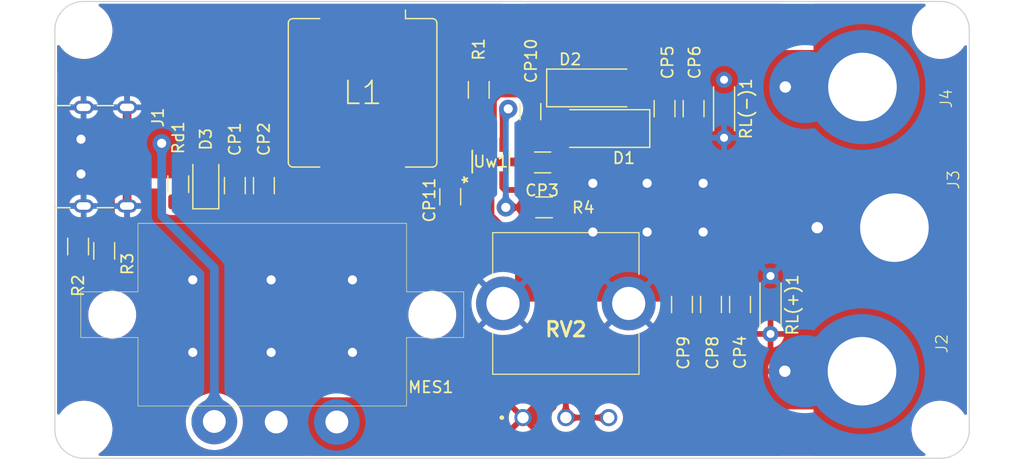
<source format=kicad_pcb>
(kicad_pcb (version 20240108) (generator "pcbnew") (generator_version "8.0")
  (layers (0 "F.Cu" signal) (31 "B.Cu" signal) (34 "B.Paste" user) (35 "F.Paste" user) (36 "B.SilkS" user "B.Silkscreen") (37 "F.SilkS" user "F.Silkscreen") (38 "B.Mask" user) (39 "F.Mask" user) (44 "Edge.Cuts" user))
  (net 0 "")
  (net 1 "GND")
  (net 2 "Net-(D1-A)")
  (net 3 "/Vo-")
  (net 4 "Net-(Uw1-VDD)")
  (net 5 "/Vo+")
  (net 6 "Net-(Uw1-BST)")
  (net 7 "Net-(Uw1-EN)")
  (net 8 "Net-(Uw1-FB)")
  (net 9 "/SW")
  (net 10 "+5V")
  (net 11 "Net-(D3-A)")
  (net 12 "Net-(J1-CC2)")
  (net 13 "Net-(J1-CC1)")
  (footprint "Banana_CT:Banana_CT_6mm" (layer "F.Cu") (at 178.605293 88.9)
    (property "Reference" "J4" (at 7.322707 1.016 90) (layer "F.SilkS") (effects (font (thickness 0.1))))
    (property "Value" "Conn_01x01_Pin")
    (pad "" np_thru_hole circle (at 0 0) (size 6 6) (drill 6) (layers "F&B.Cu" "*.Mask") (clearance 1))
    (pad "1" thru_hole circle (at -6.75 0) (size 2 2) (drill 1) (layers "*.Cu" "*.Mask") (net 3 "/Vo-") (clearance 0.3))
    (pad "1" smd custom (at -5.1 -1.9) (size 2 2) (layers "B.Cu" "B.Mask") (net 3 "/Vo-") (options (clearance outline) (anchor circle)) (primitives (gr_poly (pts (arc (start 1.1 -1.1) (mid -3.062277 1.899999) (end 1.1 4.899998)) (arc (start 1.1 4.899998) (mid 10.099999 1.899999) (end 1.1 -1.1))) (width 0) (fill yes))))
  )
  (footprint "Diode_SMD:D_SMA_Handsoldering" (layer "F.Cu") (at 155.4885 88.9805)
    (property "Reference" "D2" (at -2.4535 -2.5 0) (layer "F.SilkS"))
    (property "Value" "D_Schottky")
    (fp_line (start -4.51 -1.65) (end -4.51 1.65) (stroke (width 0.12)) (layer "F.SilkS"))
    (fp_line (start -4.51 -1.65) (end 2.5 -1.65) (stroke (width 0.12)) (layer "F.SilkS"))
    (fp_line (start -4.51 1.65) (end 2.5 1.65) (stroke (width 0.12)) (layer "F.SilkS"))
    (pad "1" smd roundrect (at -2.5 0) (size 3.5 1.8) (layers "F.Cu" "F.Paste" "F.Mask") (roundrect_rratio 0.1388888889) (net 2 "Net-(D1-A)"))
    (pad "2" smd roundrect (at 2.5 0) (size 3.5 1.8) (layers "F.Cu" "F.Paste" "F.Mask") (roundrect_rratio 0.1388888889) (net 3 "/Vo-"))
  )
  (footprint "LED_SMD:LED_1206_3216Metric" (layer "F.Cu") (at 121.158 97.282 90)
    (property "Reference" "D3" (at 3.81 0 90) (layer "F.SilkS"))
    (property "Value" "LED Red")
    (fp_line (start 1.6 -1.135) (end -2.285 -1.135) (stroke (width 0.12)) (layer "F.SilkS"))
    (fp_line (start -2.285 -1.135) (end -2.285 1.135) (stroke (width 0.12)) (layer "F.SilkS"))
    (fp_line (start -2.285 1.135) (end 1.6 1.135) (stroke (width 0.12)) (layer "F.SilkS"))
    (pad "1" smd roundrect (at -1.4 0 90) (size 1.25 1.75) (layers "F.Cu" "F.Paste" "F.Mask") (roundrect_rratio 0.2) (net 1 "GND"))
    (pad "2" smd roundrect (at 1.4 0 90) (size 1.25 1.75) (layers "F.Cu" "F.Paste" "F.Mask") (roundrect_rratio 0.2) (net 11 "Net-(D3-A)"))
  )
  (footprint "Agujero3mm:MountingHole 3mm" (layer "F.Cu") (at 110.49 118.872)
    (property "Reference" "REF**" (hide yes))
    (property "Value" "MountingHole 3mm")
    (pad "" np_thru_hole circle (at 0 0) (size 3 3) (drill 3) (layers "F&B.Cu" "*.Mask") (clearance 1))
  )
  (footprint "MP3437:TSOT23-8_MP3437_MNP-M" (layer "F.Cu") (at 146.091001 95.43415 90)
    (property "Reference" "Uw1" (at 0 0 0) (layer "F.SilkS"))
    (property "Value" "MP3437GJ-P")
    (fp_line (start 0.9779 -1.6256) (end -0.9779 -1.6256) (stroke (width 0.1524)) (layer "F.SilkS"))
    (fp_line (start -0.9779 1.6256) (end 0.9779 1.6256) (stroke (width 0.1524)) (layer "F.SilkS"))
    (fp_text user "*" (at -1.59385 -1.946001 90) (layer "F.SilkS"))
    (fp_text user "*" (at -1.59385 -1.946001 90) (layer "F.SilkS"))
    (pad "1" smd rect (at -1.45415 -0.974999 90) (size 1.2065 0.4572) (layers "F.Cu" "F.Paste" "F.Mask") (net 6 "Net-(Uw1-BST)"))
    (pad "2" smd rect (at -1.45415 -0.325001 90) (size 1.2065 0.4572) (layers "F.Cu" "F.Paste" "F.Mask") (net 5 "/Vo+"))
    (pad "3" smd rect (at -1.45415 0.325001 90) (size 1.2065 0.4572) (layers "F.Cu" "F.Paste" "F.Mask") (net 9 "/SW"))
    (pad "4" smd rect (at -1.45415 0.974999 90) (size 1.2065 0.4572) (layers "F.Cu" "F.Paste" "F.Mask") (net 1 "GND"))
    (pad "5" smd rect (at 1.45415 0.974999 90) (size 1.2065 0.4572) (layers "F.Cu" "F.Paste" "F.Mask") (net 8 "Net-(Uw1-FB)"))
    (pad "6" smd rect (at 1.45415 0.325001 90) (size 1.2065 0.4572) (layers "F.Cu" "F.Paste" "F.Mask") (net 4 "Net-(Uw1-VDD)"))
    (pad "7" smd rect (at 1.45415 -0.325001 90) (size 1.2065 0.4572) (layers "F.Cu" "F.Paste" "F.Mask") (net 7 "Net-(Uw1-EN)"))
    (pad "8" smd rect (at 1.45415 -0.974999 90) (size 1.2065 0.4572) (layers "F.Cu" "F.Paste" "F.Mask") (net 10 "+5V"))
  )
  (footprint "Resistor_SMD:R_1206_3216Metric_Pad1.30x1.75mm_HandSolder" (layer "F.Cu") (at 112.268 103.251 -90)
    (property "Reference" "R3" (at 1.143 -2.032 90) (layer "F.SilkS"))
    (property "Value" "5k")
    (fp_line (start -0.727064 0.91) (end 0.727064 0.91) (stroke (width 0.12)) (layer "F.SilkS"))
    (fp_line (start -0.727064 -0.91) (end 0.727064 -0.91) (stroke (width 0.12)) (layer "F.SilkS"))
    (pad "1" smd roundrect (at -1.55 0 270) (size 1.3 1.75) (layers "F.Cu" "F.Paste" "F.Mask") (roundrect_rratio 0.192308) (net 12 "Net-(J1-CC2)"))
    (pad "2" smd roundrect (at 1.55 0 270) (size 1.3 1.75) (layers "F.Cu" "F.Paste" "F.Mask") (roundrect_rratio 0.192308) (net 1 "GND"))
  )
  (footprint "Resistor_SMD:R_1206_3216Metric_Pad1.30x1.75mm_HandSolder" (layer "F.Cu") (at 118.745 97.409 -90)
    (property "Reference" "Rd1" (at -4.064 0 90) (layer "F.SilkS"))
    (property "Value" "220")
    (fp_line (start -0.727064 0.91) (end 0.727064 0.91) (stroke (width 0.12)) (layer "F.SilkS"))
    (fp_line (start -0.727064 -0.91) (end 0.727064 -0.91) (stroke (width 0.12)) (layer "F.SilkS"))
    (pad "1" smd roundrect (at -1.55 0 270) (size 1.3 1.75) (layers "F.Cu" "F.Paste" "F.Mask") (roundrect_rratio 0.192308) (net 10 "+5V"))
    (pad "2" smd roundrect (at 1.55 0 270) (size 1.3 1.75) (layers "F.Cu" "F.Paste" "F.Mask") (roundrect_rratio 0.192308) (net 11 "Net-(D3-A)"))
  )
  (footprint "Capacitor_SMD:C_1206_3216Metric_Pad1.33x1.80mm_HandSolder" (layer "F.Cu") (at 149.5552 91.059 -90)
    (property "Reference" "CP10" (at -4.445 -0.0508 90) (layer "F.SilkS"))
    (property "Value" "4.7uF")
    (fp_line (start -0.711252 0.91) (end 0.711252 0.91) (stroke (width 0.12)) (layer "F.SilkS"))
    (fp_line (start -0.711252 -0.91) (end 0.711252 -0.91) (stroke (width 0.12)) (layer "F.SilkS"))
    (pad "1" smd roundrect (at -1.5625 0 270) (size 1.325 1.8) (layers "F.Cu" "F.Paste" "F.Mask") (roundrect_rratio 0.188679) (net 4 "Net-(Uw1-VDD)"))
    (pad "2" smd roundrect (at 1.5625 0 270) (size 1.325 1.8) (layers "F.Cu" "F.Paste" "F.Mask") (roundrect_rratio 0.188679) (net 1 "GND"))
  )
  (footprint "Resistor_SMD:R_1206_3216Metric_Pad1.30x1.75mm_HandSolder" (layer "F.Cu") (at 109.982 102.87 -90)
    (property "Reference" "R2" (at 3.429 0 90) (layer "F.SilkS"))
    (property "Value" "5k")
    (fp_line (start -0.727064 0.91) (end 0.727064 0.91) (stroke (width 0.12)) (layer "F.SilkS"))
    (fp_line (start -0.727064 -0.91) (end 0.727064 -0.91) (stroke (width 0.12)) (layer "F.SilkS"))
    (pad "1" smd roundrect (at -1.55 0 270) (size 1.3 1.75) (layers "F.Cu" "F.Paste" "F.Mask") (roundrect_rratio 0.192308) (net 13 "Net-(J1-CC1)"))
    (pad "2" smd roundrect (at 1.55 0 270) (size 1.3 1.75) (layers "F.Cu" "F.Paste" "F.Mask") (roundrect_rratio 0.192308) (net 1 "GND"))
  )
  (footprint "Agujero3mm:MountingHole 3mm" (layer "F.Cu") (at 110.49 83.947)
    (property "Reference" "REF**" (hide yes))
    (property "Value" "MountingHole 3mm")
    (pad "" np_thru_hole circle (at 0 0) (size 3 3) (drill 3) (layers "F&B.Cu" "*.Mask") (clearance 1))
  )
  (footprint "Agujero3mm:MountingHole 3mm" (layer "F.Cu") (at 185.42 83.947)
    (property "Reference" "REF**" (hide yes))
    (property "Value" "MountingHole 3mm")
    (pad "" np_thru_hole circle (at 0 0) (size 3 3) (drill 3) (layers "F&B.Cu" "*.Mask") (clearance 1))
  )
  (footprint "Resistor_THT:R_Axial_DIN0204_L3.6mm_D1.6mm_P5.08mm_Horizontal" (layer "F.Cu") (at 166.497 88.265 -90)
    (property "Reference" "RL(-)1" (at 2.54 -1.92 -90) (layer "F.SilkS"))
    (property "Value" "470")
    (fp_line (start 0.62 0.92) (end 4.46 0.92) (stroke (width 0.12)) (layer "F.SilkS"))
    (fp_line (start 0.62 -0.92) (end 4.46 -0.92) (stroke (width 0.12)) (layer "F.SilkS"))
    (pad "1" thru_hole circle (at 0 0 270) (size 1.4 1.4) (drill 0.7) (layers "*.Cu" "*.Mask") (net 3 "/Vo-"))
    (pad "2" thru_hole oval (at 5.08 0 270) (size 1.4 1.4) (drill 0.7) (layers "*.Cu" "*.Mask") (net 1 "GND"))
  )
  (footprint "Capacitor_SMD:C_1206_3216Metric_Pad1.33x1.80mm_HandSolder" (layer "F.Cu") (at 123.698 97.536 90)
    (property "Reference" "CP1" (at 4.064 0 90) (layer "F.SilkS"))
    (property "Value" "22uF")
    (fp_line (start -0.711252 -0.91) (end 0.711252 -0.91) (stroke (width 0.12)) (layer "F.SilkS"))
    (fp_line (start -0.711252 0.91) (end 0.711252 0.91) (stroke (width 0.12)) (layer "F.SilkS"))
    (pad "1" smd roundrect (at -1.5625 0 90) (size 1.325 1.8) (layers "F.Cu" "F.Paste" "F.Mask") (roundrect_rratio 0.188679) (net 1 "GND"))
    (pad "2" smd roundrect (at 1.5625 0 90) (size 1.325 1.8) (layers "F.Cu" "F.Paste" "F.Mask") (roundrect_rratio 0.188679) (net 10 "+5V"))
  )
  (footprint "Resistor_SMD:R_1206_3216Metric_Pad1.30x1.75mm_HandSolder" (layer "F.Cu") (at 145.034 89.154 -90)
    (property "Reference" "R1" (at -3.556 0 90) (layer "F.SilkS"))
    (property "Value" "30k")
    (fp_line (start -0.727064 0.91) (end 0.727064 0.91) (stroke (width 0.12)) (layer "F.SilkS"))
    (fp_line (start -0.727064 -0.91) (end 0.727064 -0.91) (stroke (width 0.12)) (layer "F.SilkS"))
    (pad "1" smd roundrect (at -1.55 0 270) (size 1.3 1.75) (layers "F.Cu" "F.Paste" "F.Mask") (roundrect_rratio 0.192308) (net 10 "+5V"))
    (pad "2" smd roundrect (at 1.55 0 270) (size 1.3 1.75) (layers "F.Cu" "F.Paste" "F.Mask") (roundrect_rratio 0.192308) (net 7 "Net-(Uw1-EN)"))
  )
  (footprint "USB_Amphenol:AMPHENOL_10164359-00011LF" (layer "F.Cu") (at 111.3185 95 -90)
    (property "Reference" "J1" (at -3.433 -5.6485 90) (layer "F.SilkS"))
    (property "Value" "USB_C_Receptacle_USB2.0")
    (fp_line (start -4.47 3.45) (end -4.47 2.045) (stroke (width 0.127)) (layer "F.SilkS"))
    (fp_line (start 4.47 3.45) (end 4.47 2.045) (stroke (width 0.127)) (layer "F.SilkS"))
    (fp_line (start -4.47 -1.755) (end -4.47 -0.345) (stroke (width 0.127)) (layer "F.SilkS"))
    (fp_line (start 4.47 -1.755) (end 4.47 -0.345) (stroke (width 0.127)) (layer "F.SilkS"))
    (pad "A5" smd rect (at -0.5 -3.03 270) (size 0.7 1.2) (layers "F.Cu" "F.Paste" "F.Mask") (net 13 "Net-(J1-CC1)"))
    (pad "A9" smd rect (at 1.52 -3.03 270) (size 0.76 1.2) (layers "F.Cu" "F.Paste" "F.Mask") (net 10 "+5V"))
    (pad "A12" smd rect (at 2.75 -3.03 270) (size 0.8 1.2) (layers "F.Cu" "F.Paste" "F.Mask") (net 1 "GND"))
    (pad "B5" smd rect (at 0.5 -3.03 270) (size 0.7 1.2) (layers "F.Cu" "F.Paste" "F.Mask") (net 12 "Net-(J1-CC2)"))
    (pad "B9" smd rect (at -1.52 -3.03 270) (size 0.76 1.2) (layers "F.Cu" "F.Paste" "F.Mask") (net 10 "+5V"))
    (pad "B12" smd rect (at -2.75 -3.03 270) (size 0.8 1.2) (layers "F.Cu" "F.Paste" "F.Mask") (net 1 "GND"))
    (pad "S1" thru_hole oval (at -4.32 -2.95 270) (size 1.15 1.75) (drill oval 0.65 1.25) (layers "*.Cu" "*.Mask") (net 1 "GND"))
    (pad "S1" thru_hole oval (at -4.32 0.85 270) (size 1.15 1.75) (drill oval 0.65 1.25) (layers "*.Cu" "*.Mask") (net 1 "GND"))
    (pad "S1" thru_hole oval (at 4.32 -2.95 270) (size 1.15 1.75) (drill oval 0.65 1.25) (layers "*.Cu" "*.Mask") (net 1 "GND"))
    (pad "S1" thru_hole oval (at 4.32 0.85 270) (size 1.15 1.75) (drill oval 0.65 1.25) (layers "*.Cu" "*.Mask") (net 1 "GND"))
  )
  (footprint "Banana_CT:Banana_CT_6mm" (layer "F.Cu") (at 178.562 113.792)
    (property "Reference" "J2" (at 6.985 -2.413 90) (layer "F.SilkS") (effects (font (thickness 0.1))))
    (property "Value" "Conn_01x01_Pin")
    (pad "" np_thru_hole circle (at 0 0) (size 6 6) (drill 6) (layers "F&B.Cu" "*.Mask") (clearance 1))
    (pad "1" thru_hole circle (at -6.75 0) (size 2 2) (drill 1) (layers "*.Cu" "*.Mask") (net 5 "/Vo+") (clearance 0.3))
    (pad "1" smd custom (at -5.1 -1.9) (size 2 2) (layers "B.Cu" "B.Mask") (net 5 "/Vo+") (options (clearance outline) (anchor circle)) (primitives (gr_poly (pts (arc (start 1.1 -1.1) (mid -3.062277 1.899999) (end 1.1 4.899998)) (arc (start 1.1 4.899998) (mid 10.099999 1.899999) (end 1.1 -1.1))) (width 0) (fill yes))))
  )
  (footprint "Resistor_SMD:R_1206_3216Metric_Pad1.30x1.75mm_HandSolder" (layer "F.Cu") (at 150.749 99.441)
    (property "Reference" "R4" (at 3.429 0.0254 0) (layer "F.SilkS"))
    (property "Value" "5k")
    (fp_line (start -0.727064 -0.91) (end 0.727064 -0.91) (stroke (width 0.12)) (layer "F.SilkS"))
    (fp_line (start -0.727064 0.91) (end 0.727064 0.91) (stroke (width 0.12)) (layer "F.SilkS"))
    (pad "1" smd roundrect (at -1.55 0) (size 1.3 1.75) (layers "F.Cu" "F.Paste" "F.Mask") (roundrect_rratio 0.192308) (net 8 "Net-(Uw1-FB)"))
    (pad "2" smd roundrect (at 1.55 0) (size 1.3 1.75) (layers "F.Cu" "F.Paste" "F.Mask") (roundrect_rratio 0.192308) (net 1 "GND"))
  )
  (footprint "Capacitor_SMD:C_1206_3216Metric_Pad1.33x1.80mm_HandSolder" (layer "F.Cu") (at 165.354 107.95 -90)
    (property "Reference" "CP8" (at 4.2295 -0.127 90) (layer "F.SilkS"))
    (property "Value" "22uF")
    (fp_line (start -0.711252 0.91) (end 0.711252 0.91) (stroke (width 0.12)) (layer "F.SilkS"))
    (fp_line (start -0.711252 -0.91) (end 0.711252 -0.91) (stroke (width 0.12)) (layer "F.SilkS"))
    (pad "1" smd roundrect (at -1.5625 0 270) (size 1.325 1.8) (layers "F.Cu" "F.Paste" "F.Mask") (roundrect_rratio 0.188679) (net 1 "GND"))
    (pad "2" smd roundrect (at 1.5625 0 270) (size 1.325 1.8) (layers "F.Cu" "F.Paste" "F.Mask") (roundrect_rratio 0.188679) (net 5 "/Vo+"))
  )
  (footprint "Diode_SMD:D_SMA_Handsoldering" (layer "F.Cu") (at 155.4885 92.5365 180)
    (property "Reference" "D1" (at -2.2455 -2.5865 180) (layer "F.SilkS"))
    (property "Value" "D_Schottky")
    (fp_line (start -4.51 1.65) (end 2.5 1.65) (stroke (width 0.12)) (layer "F.SilkS"))
    (fp_line (start -4.51 -1.65) (end 2.5 -1.65) (stroke (width 0.12)) (layer "F.SilkS"))
    (fp_line (start -4.51 -1.65) (end -4.51 1.65) (stroke (width 0.12)) (layer "F.SilkS"))
    (pad "1" smd roundrect (at -2.5 0 180) (size 3.5 1.8) (layers "F.Cu" "F.Paste" "F.Mask") (roundrect_rratio 0.1388888889) (net 1 "GND"))
    (pad "2" smd roundrect (at 2.5 0 180) (size 3.5 1.8) (layers "F.Cu" "F.Paste" "F.Mask") (roundrect_rratio 0.1388888889) (net 2 "Net-(D1-A)"))
  )
  (footprint "Capacitor_SMD:C_1206_3216Metric_Pad1.33x1.80mm_HandSolder" (layer "F.Cu") (at 142.542 98.5135 90)
    (property "Reference" "CP11" (at -0.2925 -1.826 90) (layer "F.SilkS"))
    (property "Value" "0.1uF")
    (fp_line (start -0.711252 -0.91) (end 0.711252 -0.91) (stroke (width 0.12)) (layer "F.SilkS"))
    (fp_line (start -0.711252 0.91) (end 0.711252 0.91) (stroke (width 0.12)) (layer "F.SilkS"))
    (pad "1" smd roundrect (at -1.5625 0 90) (size 1.325 1.8) (layers "F.Cu" "F.Paste" "F.Mask") (roundrect_rratio 0.188679) (net 6 "Net-(Uw1-BST)"))
    (pad "2" smd roundrect (at 1.5625 0 90) (size 1.325 1.8) (layers "F.Cu" "F.Paste" "F.Mask") (roundrect_rratio 0.188679) (net 9 "/SW"))
  )
  (footprint "Capacitor_SMD:C_1206_3216Metric_Pad1.33x1.80mm_HandSolder" (layer "F.Cu") (at 162.814 107.95 -90)
    (property "Reference" "CP9" (at 4.2295 -0.127 90) (layer "F.SilkS"))
    (property "Value" "22uF")
    (fp_line (start -0.711252 0.91) (end 0.711252 0.91) (stroke (width 0.12)) (layer "F.SilkS"))
    (fp_line (start -0.711252 -0.91) (end 0.711252 -0.91) (stroke (width 0.12)) (layer "F.SilkS"))
    (pad "1" smd roundrect (at -1.5625 0 270) (size 1.325 1.8) (layers "F.Cu" "F.Paste" "F.Mask") (roundrect_rratio 0.188679) (net 1 "GND"))
    (pad "2" smd roundrect (at 1.5625 0 270) (size 1.325 1.8) (layers "F.Cu" "F.Paste" "F.Mask") (roundrect_rratio 0.188679) (net 5 "/Vo+"))
  )
  (footprint "Banana_CT:Banana_CT_6mm" (layer "F.Cu") (at 181.399293 101.219)
    (property "Reference" "J3" (at 5.163707 -4.191 90) (layer "F.SilkS") (effects (font (thickness 0.1))))
    (property "Value" "Conn_01x01_Pin")
    (pad "" np_thru_hole circle (at 0 0) (size 6 6) (drill 6) (layers "F&B.Cu" "*.Mask") (clearance 1))
    (pad "1" thru_hole circle (at -6.75 0) (size 2 2) (drill 1) (layers "*.Cu" "*.Mask") (net 1 "GND") (clearance 0.3))
    (pad "1" smd custom (at -5.1 -1.9) (size 2 2) (layers "B.Cu" "B.Mask") (net 1 "GND") (options (clearance outline) (anchor circle)) (primitives (gr_poly (pts (arc (start 1.1 -1.1) (mid -3.062277 1.899999) (end 1.1 4.899998)) (arc (start 1.1 4.899998) (mid 10.099999 1.899999) (end 1.1 -1.1))) (width 0) (fill yes))))
  )
  (footprint "Capacitor_SMD:C_1206_3216Metric_Pad1.33x1.80mm_HandSolder" (layer "F.Cu") (at 150.622 95.504)
    (property "Reference" "CP3" (at -0.048 2.4525 0) (layer "F.SilkS"))
    (property "Value" "1uF")
    (fp_line (start -0.711252 -0.91) (end 0.711252 -0.91) (stroke (width 0.12)) (layer "F.SilkS"))
    (fp_line (start -0.711252 0.91) (end 0.711252 0.91) (stroke (width 0.12)) (layer "F.SilkS"))
    (pad "1" smd roundrect (at -1.5625 0) (size 1.325 1.8) (layers "F.Cu" "F.Paste" "F.Mask") (roundrect_rratio 0.188679) (net 9 "/SW"))
    (pad "2" smd roundrect (at 1.5625 0) (size 1.325 1.8) (layers "F.Cu" "F.Paste" "F.Mask") (roundrect_rratio 0.188679) (net 2 "Net-(D1-A)"))
  )
  (footprint "Capacitor_SMD:C_1206_3216Metric_Pad1.33x1.80mm_HandSolder" (layer "F.Cu") (at 126.238 97.536 90)
    (property "Reference" "CP2" (at 4.064 0 90) (layer "F.SilkS"))
    (property "Value" "22uF")
    (fp_line (start -0.711252 -0.91) (end 0.711252 -0.91) (stroke (width 0.12)) (layer "F.SilkS"))
    (fp_line (start -0.711252 0.91) (end 0.711252 0.91) (stroke (width 0.12)) (layer "F.SilkS"))
    (pad "1" smd roundrect (at -1.5625 0 90) (size 1.325 1.8) (layers "F.Cu" "F.Paste" "F.Mask") (roundrect_rratio 0.188679) (net 1 "GND"))
    (pad "2" smd roundrect (at 1.5625 0 90) (size 1.325 1.8) (layers "F.Cu" "F.Paste" "F.Mask") (roundrect_rratio 0.188679) (net 10 "+5V"))
  )
  (footprint "Pote:PDB12M4251105BF" (layer "F.Cu") (at 152.654 117.856)
    (property "Reference" "RV2" (at 0 -7.725 360) (layer "F.SilkS") (effects (font (size 1.27 1.27) (thickness 0.254))))
    (property "Value" "R_Potentiometer_MountingPin" (hide yes))
    (fp_line (start -6.4 -16.2) (end 6.4 -16.2) (stroke (width 0.1)) (layer "F.SilkS"))
    (fp_line (start -6.4 -12.54) (end -6.4 -16.2) (stroke (width 0.1)) (layer "F.SilkS"))
    (fp_line (start -6.4 -7.46) (end -6.4 -3.8) (stroke (width 0.1)) (layer "F.SilkS"))
    (fp_line (start -6.4 -3.8) (end 6.4 -3.8) (stroke (width 0.1)) (layer "F.SilkS"))
    (fp_line (start -5.7 0) (end -5.7 0) (stroke (width 0.2)) (layer "F.SilkS"))
    (fp_line (start -5.5 0) (end -5.5 0) (stroke (width 0.2)) (layer "F.SilkS"))
    (fp_line (start 6.4 -16.2) (end 6.4 -12.54) (stroke (width 0.1)) (layer "F.SilkS"))
    (fp_line (start 6.4 -3.8) (end 6.4 -7.46) (stroke (width 0.1)) (layer "F.SilkS"))
    (fp_arc (start -5.7 0) (mid -5.6 -0.1) (end -5.5 0) (stroke (width 0.2)) (layer "F.SilkS"))
    (fp_arc (start -5.5 0) (mid -5.6 0.1) (end -5.7 0) (stroke (width 0.2)) (layer "F.SilkS"))
    (pad "1" thru_hole circle (at -3.75 0) (size 1.5 1.5) (drill 1) (layers "*.Cu" "*.Mask") (net 5 "/Vo+"))
    (pad "2" thru_hole circle (at 0 0) (size 1.5 1.5) (drill 1) (layers "*.Cu" "*.Mask") (net 8 "Net-(Uw1-FB)"))
    (pad "3" thru_hole circle (at 3.75 0) (size 1.5 1.5) (drill 1) (layers "*.Cu" "*.Mask") (net 8 "Net-(Uw1-FB)"))
    (pad "MP" thru_hole circle (at -5.5 -10) (size 4.71 4.71) (drill 2.9) (layers "*.Cu" "*.Mask") (net 1 "GND"))
    (pad "MP" thru_hole circle (at 5.5 -10) (size 4.71 4.71) (drill 2.9) (layers "*.Cu" "*.Mask") (net 1 "GND"))
  )
  (footprint "Capacitor_SMD:C_1206_3216Metric_Pad1.33x1.80mm_HandSolder" (layer "F.Cu") (at 167.894 107.95 -90)
    (property "Reference" "CP4" (at 4.191 0 90) (layer "F.SilkS"))
    (property "Value" "22uF")
    (fp_line (start -0.711252 0.91) (end 0.711252 0.91) (stroke (width 0.12)) (layer "F.SilkS"))
    (fp_line (start -0.711252 -0.91) (end 0.711252 -0.91) (stroke (width 0.12)) (layer "F.SilkS"))
    (pad "1" smd roundrect (at -1.5625 0 270) (size 1.325 1.8) (layers "F.Cu" "F.Paste" "F.Mask") (roundrect_rratio 0.188679) (net 1 "GND"))
    (pad "2" smd roundrect (at 1.5625 0 270) (size 1.325 1.8) (layers "F.Cu" "F.Paste" "F.Mask") (roundrect_rratio 0.188679) (net 5 "/Vo+"))
  )
  (footprint "Agujero3mm:MountingHole 3mm" (layer "F.Cu") (at 185.3946 118.872)
    (property "Reference" "REF**" (hide yes))
    (property "Value" "MountingHole 3mm")
    (pad "" np_thru_hole circle (at 0 0) (size 3 3) (drill 3) (layers "F&B.Cu" "*.Mask") (clearance 1))
  )
  (footprint "Capacitor_SMD:C_1206_3216Metric_Pad1.33x1.80mm_HandSolder" (layer "F.Cu") (at 163.83 90.797 90)
    (property "Reference" "CP6" (at 4.056 0.0865 90) (layer "F.SilkS"))
    (property "Value" "22uF")
    (fp_line (start -0.711252 -0.91) (end 0.711252 -0.91) (stroke (width 0.12)) (layer "F.SilkS"))
    (fp_line (start -0.711252 0.91) (end 0.711252 0.91) (stroke (width 0.12)) (layer "F.SilkS"))
    (pad "1" smd roundrect (at -1.5625 0 90) (size 1.325 1.8) (layers "F.Cu" "F.Paste" "F.Mask") (roundrect_rratio 0.188679) (net 1 "GND"))
    (pad "2" smd roundrect (at 1.5625 0 90) (size 1.325 1.8) (layers "F.Cu" "F.Paste" "F.Mask") (roundrect_rratio 0.188679) (net 3 "/Vo-"))
  )
  (footprint "Capacitor_SMD:C_1206_3216Metric_Pad1.33x1.80mm_HandSolder" (layer "F.Cu") (at 161.29 90.797 90)
    (property "Reference" "CP5" (at 4.056 0.2615 90) (layer "F.SilkS"))
    (property "Value" "22uF")
    (fp_line (start -0.711252 -0.91) (end 0.711252 -0.91) (stroke (width 0.12)) (layer "F.SilkS"))
    (fp_line (start -0.711252 0.91) (end 0.711252 0.91) (stroke (width 0.12)) (layer "F.SilkS"))
    (pad "1" smd roundrect (at -1.5625 0 90) (size 1.325 1.8) (layers "F.Cu" "F.Paste" "F.Mask") (roundrect_rratio 0.188679) (net 1 "GND"))
    (pad "2" smd roundrect (at 1.5625 0 90) (size 1.325 1.8) (layers "F.Cu" "F.Paste" "F.Mask") (roundrect_rratio 0.188679) (net 3 "/Vo-"))
  )
  (footprint "Voltmeter:PRT-14313" (layer "F.Cu") (at 126.97 108.839)
    (property "Reference" "MES1" (at 13.873 6.35 0) (layer "F.SilkS"))
    (property "Value" "Voltmeter_DC")
    (fp_poly (pts (xy -11.75 -2) (xy -11.75 -8) (xy 11.75 -8) (xy 11.75 -2) (xy 16.75 -2) (xy 16.75 2) (xy 11.75 2) (xy 11.75 8) (xy -11.75 8) (xy -11.75 2) (xy -16.75 2) (xy -16.75 -2)) (stroke (width 0.05)) (fill none) (layer "F.SilkS"))
    (pad "" np_thru_hole circle (at -14 0) (size 2.2 2.2) (drill 2.2) (layers "F&B.Cu" "*.Mask") (clearance 1))
    (pad "" np_thru_hole circle (at 14 0) (size 2.2 2.2) (drill 2.2) (layers "F&B.Cu" "*.Mask") (clearance 1))
  )
  (footprint "Inductor_SMD:L_Bourns_SRR1208_12.7x12.7mm" (layer "F.Cu") (at 134.874 89.408 -90)
    (property "Reference" "L1" (at 0 0 180) (layer "F.SilkS") (effects (font (size 2 2))))
    (property "Value" "10uH")
    (fp_line (start 6.1 6.5) (end -6.1 6.5) (stroke (width 0.12)) (layer "F.SilkS"))
    (fp_line (start -6.5 3.75) (end -6.5 6.1) (stroke (width 0.12)) (layer "F.SilkS"))
    (fp_line (start 6.5 3.75) (end 6.5 6.1) (stroke (width 0.12)) (layer "F.SilkS"))
    (fp_line (start -6.5 -3.75) (end -7.25 -3.75) (stroke (width 0.12)) (layer "F.SilkS"))
    (fp_line (start -6.5 -6.1) (end -6.5 -3.75) (stroke (width 0.12)) (layer "F.SilkS"))
    (fp_line (start 6.5 -6.1) (end 6.5 -3.75) (stroke (width 0.12)) (layer "F.SilkS"))
    (fp_line (start -6.1 -6.5) (end 6.1 -6.5) (stroke (width 0.12)) (layer "F.SilkS"))
    (fp_arc (start -6.1 6.5) (mid -6.382843 6.382843) (end -6.5 6.1) (stroke (width 0.12)) (layer "F.SilkS"))
    (fp_arc (start 6.5 6.1) (mid 6.382843 6.382843) (end 6.1 6.5) (stroke (width 0.12)) (layer "F.SilkS"))
    (fp_arc (start -6.5 -6.1) (mid -6.382843 -6.382843) (end -6.1 -6.5) (stroke (width 0.12)) (layer "F.SilkS"))
    (fp_arc (start 6.1 -6.5) (mid 6.382843 -6.382843) (end 6.5 -6.1) (stroke (width 0.12)) (layer "F.SilkS"))
    (pad "1" smd rect (at -5 0 270) (size 4 7) (layers "F.Cu" "F.Paste" "F.Mask") (net 10 "+5V"))
    (pad "2" smd rect (at 5 0 270) (size 4 7) (layers "F.Cu" "F.Paste" "F.Mask") (net 9 "/SW"))
  )
  (footprint "Resistor_THT:R_Axial_DIN0204_L3.6mm_D1.6mm_P5.08mm_Horizontal" (layer "F.Cu") (at 170.561 105.4485 -90)
    (property "Reference" "RL(+)1" (at 2.54 -1.92 -90) (layer "F.SilkS"))
    (property "Value" "470")
    (fp_line (start 0.62 0.92) (end 4.46 0.92) (stroke (width 0.12)) (layer "F.SilkS"))
    (fp_line (start 0.62 -0.92) (end 4.46 -0.92) (stroke (width 0.12)) (layer "F.SilkS"))
    (pad "1" thru_hole circle (at 0 0 270) (size 1.4 1.4) (drill 0.7) (layers "*.Cu" "*.Mask") (net 1 "GND"))
    (pad "2" thru_hole oval (at 5.08 0 270) (size 1.4 1.4) (drill 0.7) (layers "*.Cu" "*.Mask") (net 5 "/Vo+"))
  )
  (gr_line (start 107.95 118.912) (end 107.95 83.912) (stroke (width 0.1)) (layer "Edge.Cuts"))
  (gr_arc (start 107.95 83.912) (mid 108.682233 82.144233) (end 110.45 81.412) (stroke (width 0.1)) (layer "Edge.Cuts"))
  (gr_arc (start 185.45 81.412) (mid 187.217767 82.144233) (end 187.95 83.912) (stroke (width 0.1)) (layer "Edge.Cuts"))
  (gr_line (start 187.95 83.912) (end 187.95 118.912) (stroke (width 0.1)) (layer "Edge.Cuts"))
  (gr_line (start 185.45 121.412) (end 110.45 121.412) (stroke (width 0.1)) (layer "Edge.Cuts"))
  (gr_line (start 110.45 81.412) (end 185.45 81.412) (stroke (width 0.1)) (layer "Edge.Cuts"))
  (gr_arc (start 110.45 121.412) (mid 108.682233 120.679767) (end 107.95 118.912) (stroke (width 0.1)) (layer "Edge.Cuts"))
  (gr_arc (start 187.95 118.912) (mid 187.217767 120.679767) (end 185.45 121.412) (stroke (width 0.1)) (layer "Edge.Cuts"))
  (gr_text "V+" (at 173.863 120.777 90) (layer "F.Cu") (effects (font (size 1.5 1.5) (thickness 0.3) (bold yes)) (justify left bottom)))
  (gr_text "GND" (at 172.085 103.124 90) (layer "F.Cu") (effects (font (size 1.5 1.5) (thickness 0.3) (bold yes)) (justify left bottom)))
  (gr_text "V-" (at 173.863 85.344 90) (layer "F.Cu") (effects (font (size 1.5 1.5) (thickness 0.3) (bold yes)) (justify left bottom)))
  (segment (start 155.0162 97.330707) (end 154.429907 97.917) (width 0.508) (layer "F.Cu") (net 1))
  (segment (start 151.384 97.917) (end 147.32 97.917) (width 0.508) (layer "F.Cu") (net 1))
  (segment (start 150.622 97.155) (end 151.384 97.917) (width 0.381) (layer "F.Cu") (net 1))
  (segment (start 114.2685 99.32) (end 114.2685 97.83) (width 0.762) (layer "F.Cu") (net 1))
  (segment (start 147.32 97.917) (end 147.098602 97.695602) (width 0.508) (layer "F.Cu") (net 1))
  (segment (start 161.4595 92.2825) (end 161.5365 92.3595) (width 0.25) (layer "F.Cu") (net 1))
  (segment (start 147.098602 97.695602) (end 147.098602 96.8883) (width 0.508) (layer "F.Cu") (net 1))
  (segment (start 114.2685 97.83) (end 114.3485 97.75) (width 0.762) (layer "F.Cu") (net 1))
  (segment (start 159.617 108.772) (end 159.6136 108.7686) (width 0.508) (layer "F.Cu") (net 1))
  (segment (start 114.2685 90.68) (end 114.2685 92.17) (width 0.762) (layer "F.Cu") (net 1))
  (segment (start 150.622 93.5867) (end 150.622 97.155) (width 0.381) (layer "F.Cu") (net 1))
  (segment (start 161.3595 92.5365) (end 161.5365 92.3595) (width 0.381) (layer "F.Cu") (net 1))
  (segment (start 149.7838 92.7485) (end 150.622 93.5867) (width 0.381) (layer "F.Cu") (net 1))
  (segment (start 154.429907 97.917) (end 151.384 97.917) (width 0.508) (layer "F.Cu") (net 1))
  (segment (start 114.2685 92.17) (end 114.3485 92.25) (width 0.762) (layer "F.Cu") (net 1))
  (via (at 155.0162 97.330707) (size 1.6) (drill 0.8) (layers "F.Cu" "B.Cu") (net 1))
  (via (at 126.873 112.141) (size 1.6) (drill 0.8) (layers "F.Cu" "B.Cu") (net 1))
  (via (at 120.015 112.141) (size 1.6) (drill 0.8) (layers "F.Cu" "B.Cu") (net 1))
  (via (at 127.318 118.237) (size 4) (drill 2) (layers "F.Cu" "B.Cu") (net 1))
  (via (at 110.236 96.52) (size 1.6) (drill 0.8) (layers "F.Cu" "B.Cu") (net 1))
  (via (at 164.6682 97.330707) (size 1.6) (drill 0.8) (layers "F.Cu" "B.Cu") (net 1))
  (via (at 133.985 105.791) (size 1.6) (drill 0.8) (layers "F.Cu" "B.Cu") (net 1))
  (via (at 159.766 101.6) (size 1.6) (drill 0.8) (layers "F.Cu" "B.Cu") (net 1))
  (via (at 164.6682 101.600707) (size 1.6) (drill 0.8) (layers "F.Cu" "B.Cu") (net 1))
  (via (at 120.015 105.791) (size 1.6) (drill 0.8) (layers "F.Cu" "B.Cu") (net 1))
  (via (at 159.766 97.33) (size 1.6) (drill 0.8) (layers "F.Cu" "B.Cu") (net 1))
  (via (at 126.873 105.791) (size 1.6) (drill 0.8) (layers "F.Cu" "B.Cu") (net 1))
  (via (at 133.985 112.141) (size 1.6) (drill 0.8) (layers "F.Cu" "B.Cu") (net 1))
  (via (at 110.236 93.472) (size 1.6) (drill 0.8) (layers "F.Cu" "B.Cu") (net 1))
  (via (at 155.0162 101.600707) (size 1.6) (drill 0.8) (layers "F.Cu" "B.Cu") (net 1))
  (segment (start 152.1845 93.3405) (end 152.1845 95.504) (width 1.27) (layer "F.Cu") (net 2))
  (segment (start 153.289 92.283) (end 153.2885 92.2825) (width 0.381) (layer "F.Cu") (net 2))
  (segment (start 152.9885 92.2825) (end 152.9885 88.9805) (width 1.27) (layer "F.Cu") (net 2))
  (segment (start 153.289 92.583) (end 152.9885 92.2825) (width 1.27) (layer "F.Cu") (net 2))
  (segment (start 152.9885 92.5365) (end 152.1845 93.3405) (width 1.27) (layer "F.Cu") (net 2))
  (segment (start 157.9885 89.2345) (end 158.4965 88.7265) (width 0.2) (layer "F.Cu") (net 3))
  (segment (start 161.2825 88.9805) (end 161.5365 89.2345) (width 0.381) (layer "F.Cu") (net 3))
  (segment (start 161.0285 88.7265) (end 161.5365 89.2345) (width 0.2) (layer "F.Cu") (net 3))
  (segment (start 146.8759 89.6235) (end 149.7838 89.6235) (width 0.381) (layer "F.Cu") (net 4))
  (segment (start 146.423001 94.01135) (end 146.423001 90.076399) (width 0.381) (layer "F.Cu") (net 4))
  (segment (start 146.423001 90.076399) (end 146.8759 89.6235) (width 0.381) (layer "F.Cu") (net 4))
  (segment (start 151.257 116.713) (end 150.114 117.856) (width 1.27) (layer "F.Cu") (net 5))
  (segment (start 145.766 96.8883) (end 145.766 98.764) (width 0.381) (layer "F.Cu") (net 5))
  (segment (start 150.114 117.856) (end 148.904 117.856) (width 1.27) (layer "F.Cu") (net 5))
  (segment (start 145.764 98.766) (end 145.764 100.298) (width 1.27) (layer "F.Cu") (net 5))
  (segment (start 151.257 105.791) (end 151.257 116.713) (width 1.27) (layer "F.Cu") (net 5))
  (segment (start 145.764 100.298) (end 151.257 105.791) (width 1.27) (layer "F.Cu") (net 5))
  (segment (start 145.766 98.764) (end 145.764 98.766) (width 0.381) (layer "F.Cu") (net 5))
  (via (at 132.62 118.237) (size 4) (drill 2) (layers "F.Cu" "B.Cu") (net 5))
  (segment (start 145.197999 96.994648) (end 145.123001 96.91965) (width 0.25) (layer "F.Cu") (net 6))
  (segment (start 143.51 100.076) (end 144.526 99.06) (width 0.381) (layer "F.Cu") (net 6))
  (segment (start 145.116002 97.453998) (end 145.116002 96.8883) (width 0.381) (layer "F.Cu") (net 6))
  (segment (start 142.542 100.076) (end 143.51 100.076) (width 0.381) (layer "F.Cu") (net 6))
  (segment (start 144.526 98.044) (end 145.116002 97.453998) (width 0.381) (layer "F.Cu") (net 6))
  (segment (start 144.526 99.06) (end 144.526 98.044) (width 0.381) (layer "F.Cu") (net 6))
  (segment (start 145.766 93.98) (end 145.766 92.68) (width 0.381) (layer "F.Cu") (net 7))
  (segment (start 145.034 91.948) (end 145.034 90.704) (width 0.381) (layer "F.Cu") (net 7))
  (segment (start 145.766 92.68) (end 145.034 91.948) (width 0.381) (layer "F.Cu") (net 7))
  (segment (start 152.654 117.856) (end 152.654 102.896) (width 0.508) (layer "F.Cu") (net 8))
  (segment (start 152.654 102.896) (end 149.199 99.441) (width 0.508) (layer "F.Cu") (net 8))
  (segment (start 149.199 99.441) (end 147.399 99.441) (width 0.508) (layer "F.Cu") (net 8))
  (segment (start 147.613501 90.814) (end 147.066 91.361501) (width 0.381) (layer "F.Cu") (net 8))
  (segment (start 147.066 91.361501) (end 147.066 93.98) (width 0.381) (layer "F.Cu") (net 8))
  (segment (start 156.404 117.856) (end 152.654 117.856) (width 0.508) (layer "F.Cu") (net 8))
  (via (at 147.399 99.441) (size 1.6) (drill 0.8) (layers "F.Cu" "B.Cu") (net 8))
  (via (at 147.613501 90.814) (size 1.6) (drill 0.8) (layers "F.Cu" "B.Cu") (net 8))
  (segment (start 147.399 91.028501) (end 147.613501 90.814) (width 0.508) (layer "B.Cu") (net 8))
  (segment (start 147.399 99.441) (end 147.399 91.028501) (width 0.508) (layer "B.Cu") (net 8))
  (segment (start 146.423001 95.536501) (end 146.352 95.4655) (width 0.25) (layer "F.Cu") (net 9))
  (segment (start 137.671 96.951) (end 135.382 94.662) (width 0.762) (layer "F.Cu") (net 9))
  (segment (start 143.5965 95.8965) (end 142.542 96.951) (width 0.762) (layer "F.Cu") (net 9))
  (segment (start 146.416002 95.529502) (end 146.352 95.4655) (width 0.381) (layer "F.Cu") (net 9))
  (segment (start 149.021 95.4655) (end 146.352 95.4655) (width 0.762) (layer "F.Cu") (net 9))
  (segment (start 135.382 94.662) (end 135.382 94.408) (width 0.762) (layer "F.Cu") (net 9))
  (segment (start 146.416002 96.8883) (end 146.416002 95.529502) (width 0.381) (layer "F.Cu") (net 9))
  (segment (start 142.542 96.951) (end 142.371 97.122) (width 0.762) (layer "F.Cu") (net 9))
  (segment (start 142.542 96.951) (end 137.671 96.951) (width 0.762) (layer "F.Cu") (net 9))
  (segment (start 146.352 95.4655) (end 143.5965 95.4655) (width 0.762) (layer "F.Cu") (net 9))
  (segment (start 143.5965 95.4655) (end 143.5965 95.8965) (width 0.762) (layer "F.Cu") (net 9))
  (segment (start 149.0595 95.504) (end 149.021 95.4655) (width 0.762) (layer "F.Cu") (net 9))
  (segment (start 114.3485 93.48) (end 115.64 93.48) (width 0.762) (layer "F.Cu") (net 10))
  (segment (start 142.689 92.905) (end 143.764 93.98) (width 1.27) (layer "F.Cu") (net 10))
  (segment (start 127 85.852) (end 128.444 84.408) (width 0.508) (layer "F.Cu") (net 10))
  (segment (start 141.9898 84.408) (end 140.208 84.408) (width 2.032) (layer "F.Cu") (net 10))
  (segment (start 118.745 95.859) (end 118.745 93.345) (width 0.508) (layer "F.Cu") (net 10))
  (segment (start 142.689 85.1072) (end 141.9898 84.408) (width 2.032) (layer "F.Cu") (net 10))
  (segment (start 123.698 91.567) (end 125.095 90.17) (width 0.508) (layer "F.Cu") (net 10))
  (segment (start 128.444 84.408) (end 135.382 84.408) (width 0.508) (layer "F.Cu") (net 10))
  (segment (start 126.238 90.932) (end 127 90.17) (width 0.508) (layer "F.Cu") (net 10))
  (segment (start 118.088 96.516) (end 118.745 95.859) (width 0.762) (layer "F.Cu") (net 10))
  (segment (start 145.034 86.715) (end 145.034 87.604) (width 0.508) (layer "F.Cu") (net 10))
  (segment (start 123.698 95.9735) (end 123.698 91.567) (width 0.508) (layer "F.Cu") (net 10))
  (segment (start 135.382 84.408) (end 140.208 84.408) (width 0.508) (layer "F.Cu") (net 10))
  (segment (start 140.208 84.408) (end 142.727 84.408) (width 0.508) (layer "F.Cu") (net 10))
  (segment (start 143.764 93.98) (end 144.7024 93.98) (width 1.27) (layer "F.Cu") (net 10))
  (segment (start 125.095 90.17) (end 121.92 90.17) (width 0.508) (layer "F.Cu") (net 10))
  (segment (start 126.238 95.9735) (end 126.238 90.932) (width 0.508) (layer "F.Cu") (net 10))
  (segment (start 114.3485 96.52) (end 114.3525 96.516) (width 0.762) (layer "F.Cu") (net 10))
  (segment (start 115.64 93.48) (end 117.729 91.391) (width 0.762) (layer "F.Cu") (net 10))
  (segment (start 117.729 91.391) (end 117.729 90.17) (width 0.762) (layer "F.Cu") (net 10))
  (segment (start 142.727 84.408) (end 145.034 86.715) (width 0.508) (layer "F.Cu") (net 10))
  (segment (start 121.92 90.17) (end 117.729 90.17) (width 0.508) (layer "F.Cu") (net 10))
  (segment (start 142.689 90.991) (end 142.689 85.1072) (width 2.032) (layer "F.Cu") (net 10))
  (segment (start 118.745 93.345) (end 121.92 90.17) (width 0.508) (layer "F.Cu") (net 10))
  (segment (start 114.3525 96.516) (end 118.088 96.516) (width 0.762) (layer "F.Cu") (net 10))
  (segment (start 142.689 90.991) (end 142.689 92.905) (width 1.27) (layer "F.Cu") (net 10))
  (segment (start 127 90.17) (end 125.095 90.17) (width 0.508) (layer "F.Cu") (net 10))
  (segment (start 127 90.17) (end 127 85.852) (width 0.508) (layer "F.Cu") (net 10))
  (via (at 117.2972 93.8276) (size 1.6) (drill 0.8) (layers "F.Cu" "B.Cu") (net 10))
  (via (at 121.9012 118.1928) (size 4) (drill 2) (layers "F.Cu" "B.Cu") (net 10))
  (segment (start 121.9012 116.9548) (end 121.9012 104.7562) (width 0.762) (layer "B.Cu") (net 10))
  (segment (start 121.9012 104.7562) (end 117.2972 100.1522) (width 0.762) (layer "B.Cu") (net 10))
  (segment (start 117.2972 100.1522) (end 117.2972 93.8276) (width 0.762) (layer "B.Cu") (net 10))
  (segment (start 118.745 98.295) (end 121.158 95.882) (width 0.508) (layer "F.Cu") (net 11))
  (segment (start 118.745 98.959) (end 118.745 98.295) (width 0.508) (layer "F.Cu") (net 11))
  (segment (start 113.4805 95.5) (end 112.9395 96.041) (width 0.508) (layer "F.Cu") (net 12))
  (segment (start 112.9395 96.041) (end 112.9395 101.0295) (width 0.508) (layer "F.Cu") (net 12))
  (segment (start 114.3485 95.5) (end 113.4805 95.5) (width 0.508) (layer "F.Cu") (net 12))
  (segment (start 112.9395 101.0295) (end 112.268 101.701) (width 0.508) (layer "F.Cu") (net 12))
  (segment (start 112.014 100.076) (end 112.014 95.7265) (width 0.508) (layer "F.Cu") (net 13))
  (segment (start 112.014 95.7265) (end 113.2405 94.5) (width 0.508) (layer "F.Cu") (net 13))
  (segment (start 110.77 101.32) (end 112.014 100.076) (width 0.508) (layer "F.Cu") (net 13))
  (segment (start 113.2405 94.5) (end 114.3485 94.5) (width 0.508) (layer "F.Cu") (net 13))
  (segment (start 109.728 101.32) (end 110.77 101.32) (width 0.508) (layer "F.Cu") (net 13))
  (zone (net 10) (net_name "+5V") (layer "F.Cu") (priority 6) (connect_pads yes (clearance 0.5)) (min_thickness 0.25) (fill yes (thermal_gap 0.5) (thermal_bridge_width 0.5) (smoothing chamfer) (radius 1))
    (polygon (pts (xy 147.8153 88.392) (xy 141.6812 88.392) (xy 141.6812 86.614) (xy 128.27 86.614) (xy 128.2192 96.901) (xy 117.7544 96.901) (xy 115.824 96.901) (xy 115.824 95.504) (xy 115.824 88.392) (xy 107.95 88.392) (xy 107.95 81.407) (xy 147.828 81.407)))
  )
  (zone (net 1) (net_name "GND") (layer "F.Cu") (priority 4) (connect_pads thru_hole_only (clearance 0.5)) (min_thickness 0.25) (fill yes (thermal_gap 0.5) (thermal_bridge_width 0.5) (smoothing chamfer) (radius 1))
    (polygon (pts (xy 107.95 88.9) (xy 115.316 88.9) (xy 115.316 97.79) (xy 129.794 97.79) (xy 129.794 101.346) (xy 161.417 101.346) (xy 161.417 110.998) (xy 152.908 110.998) (xy 152.908 121.412) (xy 107.95 121.412)))
  )
  (zone (net 5) (net_name "/Vo+") (layer "F.Cu") (priority 5) (connect_pads thru_hole_only (clearance 0.5)) (min_thickness 0.25) (fill yes (thermal_gap 0.5) (thermal_bridge_width 0.5) (smoothing chamfer) (radius 1))
    (polygon (pts (xy 187.96 108.077) (xy 177.292 108.077) (xy 171.577 108.077) (xy 161.671 108.077) (xy 161.671 111.633) (xy 156.464 111.633) (xy 156.464 118.872) (xy 151.003 116.078) (xy 129.794 116.078) (xy 129.794 121.412) (xy 187.96 121.412)))
  )
  (zone (net 3) (net_name "/Vo-") (layer "F.Cu") (priority 4) (connect_pads yes (clearance 0.5)) (min_thickness 0.25) (fill yes (thermal_gap 0.5) (thermal_bridge_width 0.5) (smoothing chamfer) (radius 1))
    (polygon (pts (xy 187.96 94.742) (xy 169.291 94.742) (xy 169.291 90.805) (xy 148.336 90.805) (xy 148.336 81.407) (xy 187.96 81.407)))
  )
  (zone (net 9) (net_name "/SW") (layer "F.Cu") (priority 5) (connect_pads yes (clearance 0.5)) (min_thickness 0.25) (fill yes (thermal_gap 0.5) (thermal_bridge_width 0.5) (smoothing chamfer) (radius 1))
    (polygon (pts (xy 133.567075 92.202) (xy 130.519075 92.202) (xy 130.519075 100.838) (xy 141.441075 100.838) (xy 144.9324 100.838) (xy 144.9324 95.0722) (xy 139.6746 95.0722) (xy 139.663075 92.202)))
  )
  (zone (net 1) (net_name "GND") (layer "F.Cu") (priority 6) (connect_pads yes (clearance 0.5)) (min_thickness 0.25) (fill yes (thermal_gap 0.5) (thermal_bridge_width 0.5) (smoothing chamfer) (radius 1))
    (polygon (pts (xy 187.96 95.123) (xy 168.148 95.123) (xy 168.148 91.44) (xy 148.209 91.44) (xy 148.209 107.696) (xy 187.96 107.696)))
  )
  (zone (net 1) (net_name "GND") (layer "B.Cu") (connect_pads thru_hole_only (clearance 0.5)) (min_thickness 0.25) (fill yes (thermal_gap 0.4) (thermal_bridge_width 0.5))
    (polygon (pts (xy 107.95 81.28) (xy 107.95 121.412) (xy 187.96 121.412) (xy 187.96 81.407)))
  )
)
</source>
